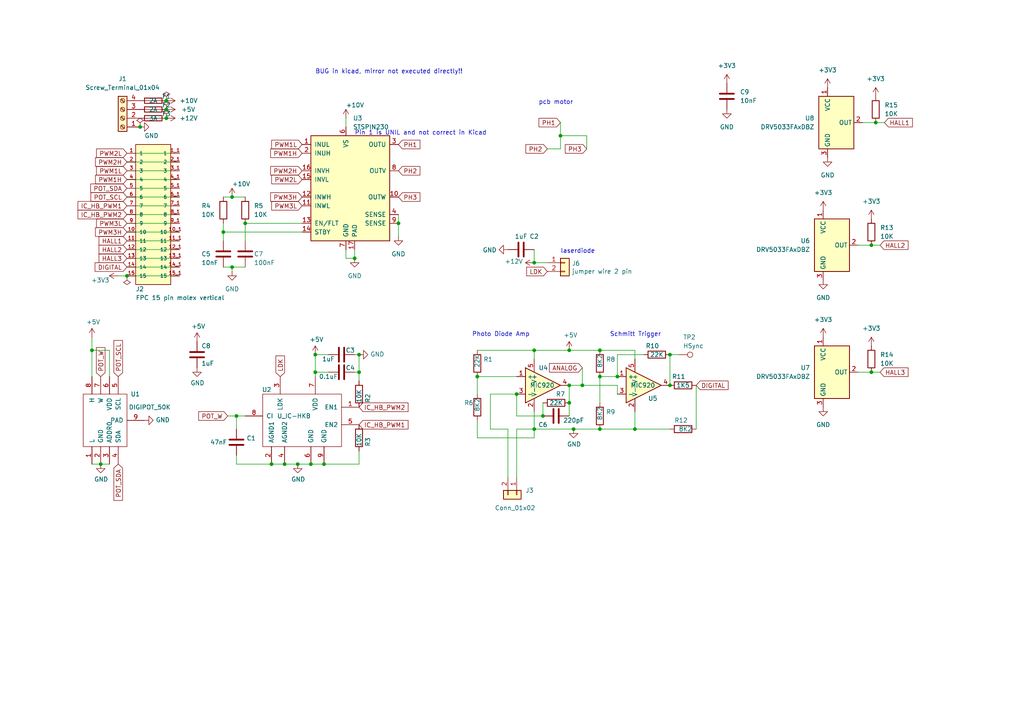
<source format=kicad_sch>
(kicad_sch (version 20211123) (generator eeschema)
  (paper "A4")
  (title_block (title "Scanhead PCB") (rev "0.1") (company "Hexastorm") (comment 1 "Author: Rik Starmans"))
  (lib_symbols
    (symbol "Connector:Screw_Terminal_01x04" (pin_names (offset 1.016) hide)
      (property "Reference" "J" (at 0 5.08 0))
      (property "Value" "Screw_Terminal_01x04" (at 0 -7.62 0))
      (symbol "Screw_Terminal_01x04_1_1"
        (rectangle (start -1.27 3.81) (end 1.27 -6.35) (stroke (width 0.254)) (fill (type background)))
        (circle (center 0 -5.08) (radius 0.635) (stroke (width 0.1524)))
        (circle (center 0 -2.54) (radius 0.635) (stroke (width 0.1524)))
        (polyline (pts (xy -0.5334 -4.7498) (xy 0.3302 -5.588)) (stroke (width 0.1524)))
        (polyline (pts (xy -0.5334 -2.2098) (xy 0.3302 -3.048)) (stroke (width 0.1524)))
        (polyline (pts (xy -0.5334 0.3302) (xy 0.3302 -0.508)) (stroke (width 0.1524)))
        (polyline (pts (xy -0.5334 2.8702) (xy 0.3302 2.032)) (stroke (width 0.1524)))
        (polyline (pts (xy -0.3556 -4.572) (xy 0.508 -5.4102)) (stroke (width 0.1524)))
        (polyline (pts (xy -0.3556 -2.032) (xy 0.508 -2.8702)) (stroke (width 0.1524)))
        (polyline (pts (xy -0.3556 0.508) (xy 0.508 -0.3302)) (stroke (width 0.1524)))
        (polyline (pts (xy -0.3556 3.048) (xy 0.508 2.2098)) (stroke (width 0.1524)))
        (circle (center 0 0) (radius 0.635) (stroke (width 0.1524)))
        (circle (center 0 2.54) (radius 0.635) (stroke (width 0.1524)))
        (pin passive line (at -5.08 2.54 0) (length 3.81) (name "Pin_1") (number "1"))
        (pin passive line (at -5.08 0 0) (length 3.81) (name "Pin_2") (number "2"))
        (pin passive line (at -5.08 -2.54 0) (length 3.81) (name "Pin_3") (number "3"))
        (pin passive line (at -5.08 -5.08 0) (length 3.81) (name "Pin_4") (number "4"))
      )
    )
    (symbol "Connector:TestPoint" (pin_numbers hide) (pin_names (offset 0.762) hide)
      (property "Reference" "TP" (at 0 6.858 0))
      (property "Value" "TestPoint" (at 0 5.08 0))
      (symbol "TestPoint_0_1"
        (circle (center 0 3.302) (radius 0.762))
      )
      (symbol "TestPoint_1_1"
        (pin passive line (at 0 0 90) (length 2.54) (name "1") (number "1"))
      )
    )
    (symbol "Connector_Generic:Conn_01x02" (pin_names (offset 1.016) hide)
      (property "Reference" "J" (at 0 2.54 0))
      (property "Value" "Conn_01x02" (at 0 -5.08 0))
      (symbol "Conn_01x02_1_1"
        (rectangle (start -1.27 -2.413) (end 0 -2.667) (stroke (width 0.1524)))
        (rectangle (start -1.27 0.127) (end 0 -0.127) (stroke (width 0.1524)))
        (rectangle (start -1.27 1.27) (end 1.27 -3.81) (stroke (width 0.254)) (fill (type background)))
        (pin passive line (at -5.08 0 0) (length 3.81) (name "Pin_1") (number "1"))
        (pin passive line (at -5.08 -2.54 0) (length 3.81) (name "Pin_2") (number "2"))
      )
    )
    (symbol "Device:C" (pin_numbers hide) (pin_names (offset 0.254))
      (property "Reference" "C" (at 0.635 2.54 0))
      (property "Value" "C" (at 0.635 -2.54 0))
      (symbol "C_0_1"
        (polyline (pts (xy -2.032 -0.762) (xy 2.032 -0.762)) (stroke (width 0.508)))
        (polyline (pts (xy -2.032 0.762) (xy 2.032 0.762)) (stroke (width 0.508)))
      )
      (symbol "C_1_1"
        (pin passive line (at 0 3.81 270) (length 2.794) (name "~") (number "1"))
        (pin passive line (at 0 -3.81 90) (length 2.794) (name "~") (number "2"))
      )
    )
    (symbol "Device:Fuse" (pin_numbers hide) (pin_names (offset 0))
      (property "Reference" "F" (at 2.032 0 90))
      (property "Value" "Fuse" (at -1.905 0 90))
      (symbol "Fuse_0_1"
        (rectangle (start -0.762 -2.54) (end 0.762 2.54) (stroke (width 0.254)))
        (polyline (pts (xy 0 2.54) (xy 0 -2.54)))
      )
      (symbol "Fuse_1_1"
        (pin passive line (at 0 3.81 270) (length 1.27) (name "~") (number "1"))
        (pin passive line (at 0 -3.81 90) (length 1.27) (name "~") (number "2"))
      )
    )
    (symbol "Device:R" (pin_numbers hide) (pin_names (offset 0))
      (property "Reference" "R" (at 2.032 0 90))
      (property "Value" "R" (at 0 0 90))
      (symbol "R_0_1"
        (rectangle (start -1.016 -2.54) (end 1.016 2.54) (stroke (width 0.254)))
      )
      (symbol "R_1_1"
        (pin passive line (at 0 3.81 270) (length 1.27) (name "~") (number "1"))
        (pin passive line (at 0 -3.81 90) (length 1.27) (name "~") (number "2"))
      )
    )
    (symbol "Driver_Motor:STSPIN230" (pin_names (offset 1.016))
      (property "Reference" "U3" (at 2.0194 20.32 0))
      (property "Value" "STSPIN230" (at 2.0194 17.78 0))
      (symbol "STSPIN230_0_1"
        (rectangle (start -10.16 15.24) (end 12.7 -15.24) (stroke (width 0.254)) (fill (type background)))
      )
      (symbol "STSPIN230_1_1"
        (pin input line (at -12.7 12.7 0) (length 2.54) (name "INUL") (number "1"))
        (pin bidirectional line (at 15.24 -2.54 180) (length 2.54) (name "OUTW") (number "10"))
        (pin input line (at -12.7 -5.08 0) (length 2.54) (name "INWL") (number "11"))
        (pin input line (at -12.7 -2.54 0) (length 2.54) (name "INWH") (number "12"))
        (pin bidirectional line (at -12.7 -10.16 0) (length 2.54) (name "EN/FLT") (number "13"))
        (pin input line (at -12.7 -12.7 0) (length 2.54) (name "STBY") (number "14"))
        (pin input line (at -12.7 2.54 0) (length 2.54) (name "INVL") (number "15"))
        (pin input line (at -12.7 5.08 0) (length 2.54) (name "INVH") (number "16"))
        (pin power_in line (at 2.54 -17.78 90) (length 2.54) (name "PAD") (number "17"))
        (pin input line (at -12.7 10.16 0) (length 2.54) (name "INUH") (number "2"))
        (pin bidirectional line (at 15.24 12.7 180) (length 2.54) (name "OUTU") (number "3"))
        (pin input line (at 15.24 -7.62 180) (length 2.54) (name "SENSE") (number "4"))
        (pin no_connect line (at 5.08 -17.78 90) (length 2.54) hide (name "NC") (number "5"))
        (pin power_in line (at 0 17.78 270) (length 2.54) (name "VS") (number "6"))
        (pin power_in line (at 0 -17.78 90) (length 2.54) (name "GND") (number "7"))
        (pin bidirectional line (at 15.24 5.08 180) (length 2.54) (name "OUTV") (number "8"))
        (pin input line (at 15.24 -10.16 180) (length 2.54) (name "SENSE") (number "9"))
      )
    )
    (symbol "Sensor_Magnetic:DRV5033FAxDBZ"
      (property "Reference" "U" (at 2.54 12.7 0))
      (property "Value" "DRV5033FAxDBZ" (at 2.54 10.16 0))
      (symbol "DRV5033FAxDBZ_1_1"
        (rectangle (start -5.08 7.62) (end 5.08 -7.62) (stroke (width 0.254)) (fill (type background)))
        (pin power_in line (at -2.54 10.16 270) (length 2.54) (name "VCC") (number "1"))
        (pin output line (at 7.62 0 180) (length 2.54) (name "OUT") (number "2"))
        (pin power_in line (at -2.54 -10.16 90) (length 2.54) (name "GND") (number "3"))
      )
    )
    (symbol "photodiode-cape:MIC920"
      (property "Reference" "U" (at 1.27 5.08 0))
      (property "Value" "MIC920" (at 0 0 0))
      (symbol "MIC920_0_1"
        (polyline (pts (xy -5.08 5.08) (xy 5.08 0) (xy -5.08 -5.08) (xy -5.08 5.08)) (stroke (width 0.254)) (fill (type background)))
      )
      (symbol "MIC920_1_1"
        (pin input line (at -7.62 2.54 0) (length 2.54) (name "+") (number "1"))
        (pin input line (at -2.54 -7.62 90) (length 3.81) (name "V-") (number "2"))
        (pin input line (at -7.62 -2.54 0) (length 2.54) (name "-") (number "3"))
        (pin output line (at 7.62 0 180) (length 2.54) (name "~") (number "4"))
        (pin input line (at -2.54 7.62 270) (length 3.81) (name "V+") (number "5"))
      )
    )
    (symbol "power:+10V" (power) (pin_names (offset 0))
      (property "Value" "+10V" (at 0 3.556 0))
      (symbol "+10V_0_1"
        (polyline (pts (xy -0.762 1.27) (xy 0 2.54)))
        (polyline (pts (xy 0 0) (xy 0 2.54)))
        (polyline (pts (xy 0 2.54) (xy 0.762 1.27)))
      )
      (symbol "+10V_1_1"
        (pin power_in line (at 0 0 90) (length 0) hide (name "+10V") (number "1"))
      )
    )
    (symbol "power:+12V" (power) (pin_names (offset 0))
      (property "Value" "+12V" (at 0 3.556 0))
      (symbol "+12V_0_1"
        (polyline (pts (xy -0.762 1.27) (xy 0 2.54)))
        (polyline (pts (xy 0 0) (xy 0 2.54)))
        (polyline (pts (xy 0 2.54) (xy 0.762 1.27)))
      )
      (symbol "+12V_1_1"
        (pin power_in line (at 0 0 90) (length 0) hide (name "+12V") (number "1"))
      )
    )
    (symbol "power:+3.3V" (power) (pin_names (offset 0))
      (property "Value" "+3.3V" (at 0 3.556 0))
      (symbol "+3.3V_0_1"
        (polyline (pts (xy -0.762 1.27) (xy 0 2.54)))
        (polyline (pts (xy 0 0) (xy 0 2.54)))
        (polyline (pts (xy 0 2.54) (xy 0.762 1.27)))
      )
      (symbol "+3.3V_1_1"
        (pin power_in line (at 0 0 90) (length 0) hide (name "+3V3") (number "1"))
      )
    )
    (symbol "power:+3V3" (power) (pin_names (offset 0))
      (property "Value" "+3V3" (at 0 3.556 0))
      (symbol "+3V3_0_1"
        (polyline (pts (xy -0.762 1.27) (xy 0 2.54)))
        (polyline (pts (xy 0 0) (xy 0 2.54)))
        (polyline (pts (xy 0 2.54) (xy 0.762 1.27)))
      )
      (symbol "+3V3_1_1"
        (pin power_in line (at 0 0 90) (length 0) hide (name "+3V3") (number "1"))
      )
    )
    (symbol "power:+5V" (power) (pin_names (offset 0))
      (property "Value" "+5V" (at 0 3.556 0))
      (symbol "+5V_0_1"
        (polyline (pts (xy -0.762 1.27) (xy 0 2.54)))
        (polyline (pts (xy 0 0) (xy 0 2.54)))
        (polyline (pts (xy 0 2.54) (xy 0.762 1.27)))
      )
      (symbol "+5V_1_1"
        (pin power_in line (at 0 0 90) (length 0) hide (name "+5V") (number "1"))
      )
    )
    (symbol "power:GND" (power) (pin_names (offset 0))
      (property "Value" "GND" (at 0 -3.81 0))
      (symbol "GND_0_1"
        (polyline (pts (xy 0 0) (xy 0 -1.27) (xy 1.27 -1.27) (xy 0 -2.54) (xy -1.27 -1.27) (xy 0 -1.27)))
      )
      (symbol "GND_1_1"
        (pin power_in line (at 0 0 270) (length 0) hide (name "GND") (number "1"))
      )
    )
    (symbol "power:PWR_FLAG" (power) (pin_numbers hide) (pin_names (offset 0) hide)
      (property "Value" "PWR_FLAG" (at 0 3.81 0))
      (symbol "PWR_FLAG_0_0"
        (pin power_out line (at 0 0 90) (length 0) (name "pwr") (number "1"))
      )
      (symbol "PWR_FLAG_0_1"
        (polyline (pts (xy 0 0) (xy 0 1.27) (xy -1.016 1.905) (xy 0 2.54) (xy 1.016 1.905) (xy 0 1.27)))
      )
    )
    (symbol "scanhead_library:1-1734248-5" (pin_names (offset 1.016))
      (property "Reference" "J" (at -5.08 20.955 0))
      (property "Value" "1-1734248-5" (at -5.08 -22.86 0))
      (symbol "1-1734248-5_0_0"
        (rectangle (start -5.08 -20.32) (end 5.08 20.32) (stroke (width 0.2032)) (fill (type background)))
        (pin passive line (at -7.62 17.78 0) (length 2.54) (name "1") (number "1"))
        (pin passive line (at -7.62 -5.08 0) (length 2.54) (name "10") (number "10"))
        (pin passive line (at 7.62 -5.08 180) (length 2.54) (name "10") (number "10_1"))
        (pin passive line (at -7.62 -7.62 0) (length 2.54) (name "11") (number "11"))
        (pin passive line (at 7.62 -7.62 180) (length 2.54) (name "11") (number "11_1"))
        (pin passive line (at -7.62 -10.16 0) (length 2.54) (name "12") (number "12"))
        (pin passive line (at 7.62 -10.16 180) (length 2.54) (name "12") (number "12_1"))
        (pin passive line (at -7.62 -12.7 0) (length 2.54) (name "13") (number "13"))
        (pin passive line (at 7.62 -12.7 180) (length 2.54) (name "13") (number "13_1"))
        (pin passive line (at -7.62 -15.24 0) (length 2.54) (name "14") (number "14"))
        (pin passive line (at 7.62 -15.24 180) (length 2.54) (name "14") (number "14_1"))
        (pin passive line (at -7.62 -17.78 0) (length 2.54) (name "15") (number "15"))
        (pin passive line (at 7.62 -17.78 180) (length 2.54) (name "15") (number "15_1"))
        (pin passive line (at 7.62 17.78 180) (length 2.54) (name "1") (number "1_1"))
        (pin passive line (at -7.62 15.24 0) (length 2.54) (name "2") (number "2"))
        (pin passive line (at 7.62 15.24 180) (length 2.54) (name "2") (number "2_1"))
        (pin passive line (at -7.62 12.7 0) (length 2.54) (name "3") (number "3"))
        (pin passive line (at 7.62 12.7 180) (length 2.54) (name "3") (number "3_1"))
        (pin passive line (at -7.62 10.16 0) (length 2.54) (name "4") (number "4"))
        (pin passive line (at 7.62 10.16 180) (length 2.54) (name "4") (number "4_1"))
        (pin passive line (at -7.62 7.62 0) (length 2.54) (name "5") (number "5"))
        (pin passive line (at 7.62 7.62 180) (length 2.54) (name "5") (number "5_1"))
        (pin passive line (at -7.62 5.08 0) (length 2.54) (name "6") (number "6"))
        (pin passive line (at 7.62 5.08 180) (length 2.54) (name "6") (number "6_1"))
        (pin passive line (at -7.62 2.54 0) (length 2.54) (name "7") (number "7"))
        (pin passive line (at 7.62 2.54 180) (length 2.54) (name "7") (number "7_1"))
        (pin passive line (at -7.62 0 0) (length 2.54) (name "8") (number "8"))
        (pin passive line (at 7.62 0 180) (length 2.54) (name "8") (number "8_1"))
        (pin passive line (at -7.62 -2.54 0) (length 2.54) (name "9") (number "9"))
        (pin passive line (at 7.62 -2.54 180) (length 2.54) (name "9") (number "9_1"))
      )
    )
    (symbol "scanhead_library:DIGIPOT_50K" (pin_names (offset 1.016))
      (property "Reference" "U" (at 0 5.08 0))
      (property "Value" "DIGIPOT_50K" (at 0 1.27 0))
      (symbol "DIGIPOT_50K_0_1"
        (rectangle (start -7.62 0) (end 7.62 -12.7))
      )
      (symbol "DIGIPOT_50K_1_1"
        (pin input line (at -12.7 -2.54 0) (length 5.08) (name "L") (number "1"))
        (pin input line (at -12.7 -5.08 0) (length 5.08) (name "GND") (number "2"))
        (pin input line (at -12.7 -7.62 0) (length 5.08) (name "ADDR0") (number "3"))
        (pin input line (at -12.7 -10.16 0) (length 5.08) (name "SDA") (number "4"))
        (pin input line (at 12.7 -10.16 180) (length 5.08) (name "SCL") (number "5"))
        (pin input line (at 12.7 -7.62 180) (length 5.08) (name "VDD") (number "6"))
        (pin input line (at 12.7 -5.08 180) (length 5.08) (name "W") (number "7"))
        (pin input line (at 12.7 -2.54 180) (length 5.08) (name "H") (number "8"))
        (pin input line (at 0 -17.78 90) (length 5.08) (name "PAD") (number "9"))
      )
    )
    (symbol "scanhead_library:U_IC-HKB" (pin_names (offset 1.016))
      (property "Reference" "U" (at -12.7 8.89 0))
      (property "Value" "U_IC-HKB" (at 0 0 0))
      (symbol "U_IC-HKB_0_1"
        (rectangle (start -11.43 6.35) (end 11.43 -8.89))
      )
      (symbol "U_IC-HKB_1_1"
        (pin input line (at 16.51 2.54 180) (length 5.08) (name "EN1") (number "1"))
        (pin input line (at -8.89 -13.97 90) (length 5.08) (name "AGND1") (number "2"))
        (pin input line (at -6.35 11.43 270) (length 5.08) (name "LDK") (number "3"))
        (pin input line (at -5.08 -13.97 90) (length 5.08) (name "AGND2") (number "4"))
        (pin input line (at 16.51 -2.54 180) (length 5.08) (name "EN2") (number "5"))
        (pin input line (at 2.54 -13.97 90) (length 5.08) (name "GND") (number "6"))
        (pin input line (at 3.81 11.43 270) (length 5.08) (name "VDD") (number "7"))
        (pin input line (at -16.51 0 0) (length 5.08) (name "CI") (number "8"))
        (pin input line (at 6.35 -13.97 90) (length 5.08) (name "GND") (number "9"))
      )
    )
  )
  (junction (at 194.31 102.87))
  (junction (at 157.48 120.65))
  (junction (at 48.26 29.21))
  (junction (at 104.14 102.87))
  (junction (at 40.64 36.83))
  (junction (at 154.94 76.2))
  (junction (at 68.58 120.65))
  (junction (at 91.44 102.87))
  (junction (at 48.26 31.75))
  (junction (at 165.1 116.84))
  (junction (at 93.98 134.62))
  (junction (at 165.1 111.76))
  (junction (at 82.55 134.62))
  (junction (at 162.56 39.37))
  (junction (at 252.73 107.95))
  (junction (at 48.26 34.29))
  (junction (at 252.73 71.12))
  (junction (at 91.44 107.95))
  (junction (at 78.74 134.62))
  (junction (at 36.83 80.01))
  (junction (at 64.77 67.31))
  (junction (at 115.57 64.77))
  (junction (at 173.99 109.22))
  (junction (at 90.17 134.62))
  (junction (at 154.94 101.6))
  (junction (at 29.21 134.62))
  (junction (at 67.31 57.15))
  (junction (at 104.14 107.95))
  (junction (at 184.15 124.46))
  (junction (at 165.1 101.6))
  (junction (at 194.31 111.76))
  (junction (at 86.36 134.62))
  (junction (at 173.99 124.46))
  (junction (at 179.07 109.22))
  (junction (at 168.91 111.76))
  (junction (at 26.67 101.6))
  (junction (at 67.31 77.47))
  (junction (at 173.99 101.6))
  (junction (at 254 35.56))
  (junction (at 166.37 124.46))
  (junction (at 102.87 74.93))
  (junction (at 154.94 124.46))
  (junction (at 149.86 114.3))
  (junction (at 71.12 64.77))
  (junction (at 138.43 109.22))
  (wire (pts (xy 91.44 107.95) (xy 91.44 102.87)))
  (wire (pts (xy 196.85 102.87) (xy 194.31 102.87)))
  (wire (pts (xy 31.75 101.6) (xy 31.75 109.22)))
  (wire (pts (xy 186.69 102.87) (xy 179.07 102.87)))
  (wire (pts (xy 67.31 57.15) (xy 71.12 57.15)))
  (wire (pts (xy 68.58 120.65) (xy 66.04 120.65)))
  (wire (pts (xy 154.94 104.14) (xy 154.94 101.6)))
  (wire (pts (xy 194.31 102.87) (xy 194.31 111.76)))
  (wire (pts (xy 64.77 67.31) (xy 64.77 64.77)))
  (wire (pts (xy 68.58 120.65) (xy 68.58 124.46)))
  (wire (pts (xy 168.91 106.68) (xy 168.91 111.76)))
  (wire (pts (xy 154.94 101.6) (xy 165.1 101.6)))
  (wire (pts (xy 154.94 72.39) (xy 154.94 76.2)))
  (wire (pts (xy 67.31 77.47) (xy 71.12 77.47)))
  (wire (pts (xy 179.07 109.22) (xy 173.99 109.22)))
  (wire (pts (xy 157.48 120.65) (xy 149.86 120.65)))
  (wire (pts (xy 142.24 124.46) (xy 147.32 124.46)))
  (wire (pts (xy 36.83 69.85) (xy 52.07 69.85)))
  (wire (pts (xy 93.98 134.62) (xy 104.14 134.62)))
  (wire (pts (xy 64.77 67.31) (xy 64.77 69.85)))
  (wire (pts (xy 184.15 124.46) (xy 173.99 124.46)))
  (wire (pts (xy 68.58 134.62) (xy 78.74 134.62)))
  (wire (pts (xy 138.43 109.22) (xy 149.86 109.22)))
  (wire (pts (xy 138.43 127) (xy 154.94 127)))
  (wire (pts (xy 102.87 72.39) (xy 102.87 74.93)))
  (wire (pts (xy 248.92 107.95) (xy 252.73 107.95)))
  (wire (pts (xy 201.93 124.46) (xy 201.93 111.76)))
  (wire (pts (xy 104.14 134.62) (xy 104.14 130.81)))
  (wire (pts (xy 147.32 124.46) (xy 147.32 138.43)))
  (wire (pts (xy 36.83 59.69) (xy 52.07 59.69)))
  (wire (pts (xy 36.83 77.47) (xy 52.07 77.47)))
  (wire (pts (xy 104.14 110.49) (xy 104.14 107.95)))
  (wire (pts (xy 149.86 120.65) (xy 149.86 114.3)))
  (wire (pts (xy 138.43 121.92) (xy 138.43 127)))
  (wire (pts (xy 158.75 43.18) (xy 162.56 43.18)))
  (wire (pts (xy 36.83 80.01) (xy 52.07 80.01)))
  (wire (pts (xy 91.44 109.22) (xy 91.44 107.95)))
  (wire (pts (xy 165.1 101.6) (xy 173.99 101.6)))
  (wire (pts (xy 165.1 116.84) (xy 165.1 111.76)))
  (wire (pts (xy 162.56 39.37) (xy 162.56 43.18)))
  (wire (pts (xy 36.83 46.99) (xy 52.07 46.99)))
  (wire (pts (xy 78.74 134.62) (xy 82.55 134.62)))
  (wire (pts (xy 250.19 35.56) (xy 254 35.56)))
  (wire (pts (xy 68.58 132.08) (xy 68.58 134.62)))
  (wire (pts (xy 36.83 52.07) (xy 52.07 52.07)))
  (wire (pts (xy 166.37 124.46) (xy 173.99 124.46)))
  (wire (pts (xy 91.44 102.87) (xy 95.25 102.87)))
  (wire (pts (xy 104.14 107.95) (xy 102.87 107.95)))
  (wire (pts (xy 179.07 111.76) (xy 179.07 114.3)))
  (wire (pts (xy 154.94 124.46) (xy 154.94 119.38)))
  (wire (pts (xy 154.94 101.6) (xy 138.43 101.6)))
  (wire (pts (xy 248.92 71.12) (xy 252.73 71.12)))
  (wire (pts (xy 71.12 64.77) (xy 71.12 69.85)))
  (wire (pts (xy 52.07 74.93) (xy 36.83 74.93)))
  (wire (pts (xy 115.57 64.77) (xy 115.57 68.58)))
  (wire (pts (xy 82.55 134.62) (xy 86.36 134.62)))
  (wire (pts (xy 149.86 138.43) (xy 149.86 124.46)))
  (wire (pts (xy 162.56 35.56) (xy 162.56 39.37)))
  (wire (pts (xy 34.29 80.01) (xy 36.83 80.01)))
  (wire (pts (xy 165.1 120.65) (xy 165.1 116.84)))
  (wire (pts (xy 67.31 77.47) (xy 67.31 78.74)))
  (wire (pts (xy 184.15 104.14) (xy 184.15 101.6)))
  (wire (pts (xy 115.57 62.23) (xy 115.57 64.77)))
  (wire (pts (xy 36.83 64.77) (xy 52.07 64.77)))
  (wire (pts (xy 138.43 114.3) (xy 138.43 109.22)))
  (wire (pts (xy 90.17 134.62) (xy 93.98 134.62)))
  (wire (pts (xy 31.75 134.62) (xy 29.21 134.62)))
  (wire (pts (xy 254 35.56) (xy 256.54 35.56)))
  (wire (pts (xy 71.12 64.77) (xy 87.63 64.77)))
  (wire (pts (xy 26.67 97.79) (xy 26.67 101.6)))
  (wire (pts (xy 100.33 72.39) (xy 100.33 74.93)))
  (wire (pts (xy 31.75 101.6) (xy 26.67 101.6)))
  (wire (pts (xy 158.75 76.2) (xy 154.94 76.2)))
  (wire (pts (xy 165.1 111.76) (xy 168.91 111.76)))
  (wire (pts (xy 142.24 124.46) (xy 142.24 114.3)))
  (wire (pts (xy 68.58 120.65) (xy 71.12 120.65)))
  (wire (pts (xy 252.73 107.95) (xy 255.27 107.95)))
  (wire (pts (xy 64.77 77.47) (xy 67.31 77.47)))
  (wire (pts (xy 36.83 44.45) (xy 52.07 44.45)))
  (wire (pts (xy 252.73 71.12) (xy 255.27 71.12)))
  (wire (pts (xy 100.33 74.93) (xy 102.87 74.93)))
  (wire (pts (xy 36.83 62.23) (xy 52.07 62.23)))
  (wire (pts (xy 100.33 34.29) (xy 100.33 36.83)))
  (wire (pts (xy 91.44 107.95) (xy 95.25 107.95)))
  (wire (pts (xy 194.31 124.46) (xy 184.15 124.46)))
  (wire (pts (xy 36.83 54.61) (xy 52.07 54.61)))
  (wire (pts (xy 184.15 119.38) (xy 184.15 124.46)))
  (wire (pts (xy 86.36 134.62) (xy 90.17 134.62)))
  (wire (pts (xy 36.83 49.53) (xy 52.07 49.53)))
  (wire (pts (xy 154.94 127) (xy 154.94 124.46)))
  (wire (pts (xy 36.83 57.15) (xy 52.07 57.15)))
  (wire (pts (xy 26.67 134.62) (xy 29.21 134.62)))
  (wire (pts (xy 170.18 39.37) (xy 170.18 43.18)))
  (wire (pts (xy 64.77 57.15) (xy 67.31 57.15)))
  (wire (pts (xy 179.07 102.87) (xy 179.07 109.22)))
  (wire (pts (xy 104.14 107.95) (xy 104.14 102.87)))
  (wire (pts (xy 162.56 39.37) (xy 170.18 39.37)))
  (wire (pts (xy 104.14 102.87) (xy 102.87 102.87)))
  (wire (pts (xy 36.83 67.31) (xy 52.07 67.31)))
  (wire (pts (xy 154.94 124.46) (xy 166.37 124.46)))
  (wire (pts (xy 52.07 72.39) (xy 36.83 72.39)))
  (wire (pts (xy 142.24 114.3) (xy 149.86 114.3)))
  (wire (pts (xy 87.63 67.31) (xy 64.77 67.31)))
  (wire (pts (xy 168.91 111.76) (xy 179.07 111.76)))
  (wire (pts (xy 26.67 101.6) (xy 26.67 109.22)))
  (wire (pts (xy 149.86 124.46) (xy 154.94 124.46)))
  (wire (pts (xy 173.99 101.6) (xy 184.15 101.6)))
  (wire (pts (xy 173.99 116.84) (xy 173.99 109.22)))
  (wire (pts (xy 157.48 116.84) (xy 157.48 120.65)))
  (text "pcb motor" (at 156.21 30.48 0) (effects (font (size 1.27 1.27)) (justify left bottom)))
  (text "Photo Diode Amp" (at 153.67 97.79 180) (effects (font (size 1.27 1.27)) (justify right bottom)))
  (text "BUG in kicad, mirror not executed directly!! " (at 91.44 21.59 0) (effects (font (size 1.27 1.27)) (justify left bottom)))
  (text "Schmitt Trigger" (at 191.77 97.79 180) (effects (font (size 1.27 1.27)) (justify right bottom)))
  (text "laserdiode" (at 162.56 73.66 0) (effects (font (size 1.27 1.27)) (justify left bottom)))
  (text "Pin 1 is UNIL and not correct in Kicad" (at 102.87 39.37 0) (effects (font (size 1.27 1.27)) (justify left bottom)))
  (global_label "IC_HB_PWM2" (shape input) (at 104.14 118.11 0) (property "Intersheet References" "${INTERSHEET_REFS}" (effects hide)))
  (global_label "POT_SDA" (shape input) (at 34.29 134.62 270) (property "Intersheet References" "${INTERSHEET_REFS}" (effects hide)))
  (global_label "PWM3H" (shape input) (at 36.83 67.31 180) (property "Intersheet References" "${INTERSHEET_REFS}" (effects hide)))
  (global_label "HALL2" (shape input) (at 36.83 72.39 180) (property "Intersheet References" "${INTERSHEET_REFS}" (effects hide)))
  (global_label "PWM2H" (shape input) (at 87.63 49.53 180) (property "Intersheet References" "${INTERSHEET_REFS}" (effects hide)))
  (global_label "HALL1" (shape input) (at 256.54 35.56 0) (property "Intersheet References" "${INTERSHEET_REFS}" (effects hide)))
  (global_label "PH1" (shape input) (at 162.56 35.56 180) (property "Intersheet References" "${INTERSHEET_REFS}" (effects hide)))
  (global_label "LDK" (shape input) (at 81.28 109.22 90) (property "Intersheet References" "${INTERSHEET_REFS}" (effects hide)))
  (global_label "PH2" (shape input) (at 115.57 49.53 0) (property "Intersheet References" "${INTERSHEET_REFS}" (effects hide)))
  (global_label "PWM2H" (shape input) (at 36.83 46.99 180) (property "Intersheet References" "${INTERSHEET_REFS}" (effects hide)))
  (global_label "PH2" (shape input) (at 158.75 43.18 180) (property "Intersheet References" "${INTERSHEET_REFS}" (effects hide)))
  (global_label "HALL3" (shape input) (at 255.27 107.95 0) (property "Intersheet References" "${INTERSHEET_REFS}" (effects hide)))
  (global_label "HALL3" (shape input) (at 36.83 74.93 180) (property "Intersheet References" "${INTERSHEET_REFS}" (effects hide)))
  (global_label "DIGITAL" (shape input) (at 36.83 77.47 180) (property "Intersheet References" "${INTERSHEET_REFS}" (effects hide)))
  (global_label "LDK" (shape input) (at 158.75 78.74 180) (property "Intersheet References" "${INTERSHEET_REFS}" (effects hide)))
  (global_label "ANALOG" (shape input) (at 168.91 106.68 180) (property "Intersheet References" "${INTERSHEET_REFS}" (effects hide)))
  (global_label "POT_W" (shape input) (at 66.04 120.65 180) (property "Intersheet References" "${INTERSHEET_REFS}" (effects hide)))
  (global_label "PH3" (shape input) (at 115.57 57.15 0) (property "Intersheet References" "${INTERSHEET_REFS}" (effects hide)))
  (global_label "PWM1L" (shape input) (at 36.83 49.53 180) (property "Intersheet References" "${INTERSHEET_REFS}" (effects hide)))
  (global_label "IC_HB_PWM1" (shape input) (at 36.83 59.69 180) (property "Intersheet References" "${INTERSHEET_REFS}" (effects hide)))
  (global_label "PH1" (shape input) (at 115.57 41.91 0) (property "Intersheet References" "${INTERSHEET_REFS}" (effects hide)))
  (global_label "PWM2L" (shape input) (at 87.63 52.07 180) (property "Intersheet References" "${INTERSHEET_REFS}" (effects hide)))
  (global_label "DIGITAL" (shape input) (at 201.93 111.76 0) (property "Intersheet References" "${INTERSHEET_REFS}" (effects hide)))
  (global_label "POT_SDA" (shape input) (at 36.83 54.61 180) (property "Intersheet References" "${INTERSHEET_REFS}" (effects hide)))
  (global_label "HALL2" (shape input) (at 255.27 71.12 0) (property "Intersheet References" "${INTERSHEET_REFS}" (effects hide)))
  (global_label "PWM2L" (shape input) (at 36.83 44.45 180) (property "Intersheet References" "${INTERSHEET_REFS}" (effects hide)))
  (global_label "PWM3H" (shape input) (at 87.63 57.15 180) (property "Intersheet References" "${INTERSHEET_REFS}" (effects hide)))
  (global_label "PWM1L" (shape input) (at 87.63 41.91 180) (property "Intersheet References" "${INTERSHEET_REFS}" (effects hide)))
  (global_label "PWM1H" (shape input) (at 87.63 44.45 180) (property "Intersheet References" "${INTERSHEET_REFS}" (effects hide)))
  (global_label "POT_W" (shape input) (at 29.21 109.22 90) (property "Intersheet References" "${INTERSHEET_REFS}" (effects hide)))
  (global_label "PWM3L" (shape input) (at 36.83 64.77 180) (property "Intersheet References" "${INTERSHEET_REFS}" (effects hide)))
  (global_label "IC_HB_PWM1" (shape input) (at 104.14 123.19 0) (property "Intersheet References" "${INTERSHEET_REFS}" (effects hide)))
  (global_label "HALL1" (shape input) (at 36.83 69.85 180) (property "Intersheet References" "${INTERSHEET_REFS}" (effects hide)))
  (global_label "IC_HB_PWM2" (shape input) (at 36.83 62.23 180) (property "Intersheet References" "${INTERSHEET_REFS}" (effects hide)))
  (global_label "POT_SCL" (shape input) (at 36.83 57.15 180) (property "Intersheet References" "${INTERSHEET_REFS}" (effects hide)))
  (global_label "PWM1H" (shape input) (at 36.83 52.07 180) (property "Intersheet References" "${INTERSHEET_REFS}" (effects hide)))
  (global_label "PWM3L" (shape input) (at 87.63 59.69 180) (property "Intersheet References" "${INTERSHEET_REFS}" (effects hide)))
  (global_label "PH3" (shape input) (at 170.18 43.18 180) (property "Intersheet References" "${INTERSHEET_REFS}" (effects hide)))
  (global_label "POT_SCL" (shape input) (at 34.29 109.22 90) (property "Intersheet References" "${INTERSHEET_REFS}" (effects hide)))
  (symbol (lib_id "photodiode-cape:MIC920") (at 157.48 111.76 0) (unit 1)
    (property "Reference" "U4" (at 156.21 106.68 0) (effects (justify left)))
    (property "Value" "MIC920" (at 153.67 111.76 0) (effects (justify left)))
    (property "Footprint" "Package_TO_SOT_SMD:SOT-353_SC-70-5_Handsoldering" (effects hide))
    (property "Datasheet" "https://nl.farnell.com/microchip/mic920yc5-tr/opamp-80mhz-40-to-85deg-c/dp/2920854?st=MIC920YC5-TR" (effects hide))
  )
  (symbol (lib_id "photodiode-cape:MIC920") (at 186.69 111.76 0) (unit 1)
    (property "Reference" "U5" (at 187.96 115.57 0) (effects (justify left)))
    (property "Value" "MIC920" (at 182.88 111.76 0) (effects (justify left)))
    (property "Footprint" "Package_TO_SOT_SMD:SOT-353_SC-70-5_Handsoldering" (effects hide))
    (property "Datasheet" "https://nl.farnell.com/microchip/mic920yc5-tr/opamp-80mhz-40-to-85deg-c/dp/2920854?st=MIC920YC5-TR" (effects hide))
  )
  (symbol (lib_id "Device:R") (at 198.12 124.46 270) (unit 1)
    (property "Reference" "R12" (at 195.58 121.92 90) (effects (justify left)))
    (property "Value" "8K2" (at 196.85 124.46 90) (effects (justify left)))
    (property "Footprint" "Resistor_SMD:R_0805_2012Metric_Pad1.20x1.40mm_HandSolder" (effects hide))
    (property "Datasheet" "http://www.farnell.com/datasheets/2563624.pdf" (effects hide))
  )
  (symbol (lib_id "Device:R") (at 198.12 111.76 270) (unit 1)
    (property "Reference" "R11" (at 196.85 109.22 90))
    (property "Value" "1K5" (at 198.12 111.76 90))
    (property "Footprint" "Resistor_SMD:R_0805_2012Metric_Pad1.20x1.40mm_HandSolder" (effects hide))
    (property "Datasheet" "http://www.farnell.com/datasheets/2618455.pdf" (effects hide))
  )
  (symbol (lib_id "Device:R") (at 190.5 102.87 270) (unit 1)
    (property "Reference" "R10" (at 189.23 100.33 90))
    (property "Value" "22K" (at 190.5 102.87 90))
    (property "Footprint" "Resistor_SMD:R_0805_2012Metric_Pad1.20x1.40mm_HandSolder" (effects hide))
    (property "Datasheet" "http://www.farnell.com/datasheets/2310790.pdf" (effects hide))
  )
  (symbol (lib_id "Device:R") (at 173.99 105.41 180) (unit 1)
    (property "Reference" "R8" (at 175.768 104.2416 0) (effects (justify right)))
    (property "Value" "8K2" (at 173.99 106.68 90) (effects (justify right)))
    (property "Footprint" "Resistor_SMD:R_0805_2012Metric_Pad1.20x1.40mm_HandSolder" (effects hide))
    (property "Datasheet" "http://www.farnell.com/datasheets/2563624.pdf" (effects hide))
  )
  (symbol (lib_id "Device:R") (at 138.43 105.41 180) (unit 1)
    (property "Reference" "R1" (at 140.208 104.2416 0) (effects (justify right)))
    (property "Value" "22K" (at 138.43 106.68 90) (effects (justify right)))
    (property "Footprint" "Resistor_SMD:R_0805_2012Metric_Pad1.20x1.40mm_HandSolder" (effects hide))
    (property "Datasheet" "http://www.farnell.com/datasheets/2310790.pdf" (effects hide))
  )
  (symbol (lib_id "Device:R") (at 138.43 118.11 180) (unit 1)
    (property "Reference" "R6" (at 134.62 116.84 0) (effects (justify right)))
    (property "Value" "8K2" (at 138.43 119.38 90) (effects (justify right)))
    (property "Footprint" "Resistor_SMD:R_0805_2012Metric_Pad1.20x1.40mm_HandSolder" (effects hide))
    (property "Datasheet" "http://www.farnell.com/datasheets/2563624.pdf" (effects hide))
  )
  (symbol (lib_id "Device:R") (at 173.99 120.65 180) (unit 1)
    (property "Reference" "R9" (at 175.768 119.4816 0) (effects (justify right)))
    (property "Value" "8K2" (at 173.99 121.92 90) (effects (justify right)))
    (property "Footprint" "Resistor_SMD:R_0805_2012Metric_Pad1.20x1.40mm_HandSolder" (effects hide))
    (property "Datasheet" "http://www.farnell.com/datasheets/2563624.pdf" (effects hide))
  )
  (symbol (lib_id "Device:R") (at 161.29 116.84 90) (unit 1)
    (property "Reference" "R7" (at 162.56 114.3 90))
    (property "Value" "22K" (at 161.29 116.84 90))
    (property "Footprint" "Resistor_SMD:R_0805_2012Metric_Pad1.20x1.40mm_HandSolder" (effects hide))
    (property "Datasheet" "http://www.farnell.com/datasheets/2310790.pdf" (effects hide))
  )
  (symbol (lib_id "Device:C") (at 161.29 120.65 270) (unit 1)
    (property "Reference" "C6" (at 157.48 123.19 90))
    (property "Value" "220pF" (at 166.37 121.92 90))
    (property "Footprint" "Capacitor_SMD:C_0805_2012Metric_Pad1.18x1.45mm_HandSolder" (effects hide))
    (property "Datasheet" "https://nl.farnell.com/multicomp/mc0805b221k500ct/cap-220pf-50v-10-x7r-0805/dp/1759208" (effects hide))
  )
  (symbol (lib_id "power:GND") (at 166.37 124.46 0) (unit 1)
    (property "Reference" "#PWR0101" (effects hide))
    (property "Value" "GND" (at 166.497 128.8542 0))
  )
  (symbol (lib_id "Connector:TestPoint") (at 196.85 102.87 270) (unit 1)
    (property "Reference" "TP2" (at 198.12 97.79 90) (effects (justify left)))
    (property "Value" "HSync" (at 198.12 100.33 90) (effects (justify left)))
    (property "Footprint" "TestPoint:TestPoint_Pad_D1.0mm" (effects hide))
  )
  (symbol (lib_id "Device:C") (at 57.15 102.87 0) (unit 1)
    (property "Reference" "C8" (at 58.42 100.33 0) (effects (justify left)))
    (property "Value" "1uF" (at 58.42 105.41 0) (effects (justify left)))
    (property "Footprint" "Capacitor_SMD:C_0805_2012Metric_Pad1.18x1.45mm_HandSolder" (effects hide))
    (property "Datasheet" "http://www.farnell.com/datasheets/2237835.pdf" (effects hide))
  )
  (symbol (lib_id "power:+5V") (at 165.1 101.6 0) (unit 1)
    (property "Reference" "#PWR0102" (effects hide))
    (property "Value" "+5V" (at 165.481 97.2058 0))
  )
  (symbol (lib_id "power:+5V") (at 57.15 99.06 0) (unit 1)
    (property "Reference" "#PWR0103" (effects hide))
    (property "Value" "+5V" (at 57.531 94.6658 0))
  )
  (symbol (lib_id "power:GND") (at 57.15 106.68 0) (unit 1)
    (property "Reference" "#PWR0104" (effects hide))
    (property "Value" "GND" (at 57.277 111.0742 0))
  )
  (symbol (lib_id "scanhead_library:DIGIPOT_50K") (at 24.13 121.92 90) (unit 1)
    (property "Reference" "U1" (at 40.64 114.3 90) (effects (justify left)))
    (property "Value" "DIGIPOT_50K" (at 49.53 118.11 90) (effects (justify left)))
    (property "Footprint" "sockets_scanhead:TDFN-8-1EP" (effects hide))
    (property "Datasheet" "http://www.farnell.com/datasheets/2297485.pdf" (effects hide))
  )
  (symbol (lib_id "scanhead_library:U_IC-HKB") (at 87.63 120.65 0) (unit 1)
    (property "Reference" "U2" (at 78.74 113.03 0) (effects (justify right)))
    (property "Value" "U_IC-HKB" (at 90.17 120.65 0) (effects (justify right)))
    (property "Footprint" "sockets_scanhead:ICHKB" (effects hide))
    (property "Datasheet" "https://www.ichaus.de/upload/pdf/HK_datasheet_F2en.pdf" (effects hide))
  )
  (symbol (lib_id "Connector_Generic:Conn_01x02") (at 163.83 76.2 0) (unit 1)
    (property "Reference" "J6" (at 165.862 76.4032 0) (effects (justify left)))
    (property "Value" "jumper wire 2 pin" (at 165.862 78.7146 0) (effects (justify left)))
    (property "Footprint" "Connector_Molex:Molex_KK-254_AE-6410-02A_1x02_P2.54mm_Vertical" (effects hide))
    (property "Datasheet" "http://www.farnell.com/datasheets/1860119.pdf" (effects hide))
  )
  (symbol (lib_id "power:GND") (at 40.64 36.83 90) (unit 1)
    (property "Reference" "#PWR05" (effects hide))
    (property "Value" "GND" (at 41.91 39.37 90) (effects (justify right)))
  )
  (symbol (lib_id "Device:C") (at 99.06 102.87 270) (unit 1)
    (property "Reference" "C3" (at 101.6 101.6 90))
    (property "Value" "1uF" (at 95.25 104.14 90))
    (property "Footprint" "Capacitor_SMD:C_0805_2012Metric_Pad1.18x1.45mm_HandSolder" (effects hide))
    (property "Datasheet" "http://www.farnell.com/datasheets/2237835.pdf" (effects hide))
  )
  (symbol (lib_id "Device:C") (at 99.06 107.95 270) (unit 1)
    (property "Reference" "C4" (at 101.6 106.68 90))
    (property "Value" "0.1uF" (at 95.25 109.22 90))
    (property "Footprint" "Capacitor_SMD:C_0805_2012Metric_Pad1.18x1.45mm_HandSolder" (effects hide))
    (property "Datasheet" "http://www.farnell.com/datasheets/1901289.pdf" (effects hide))
  )
  (symbol (lib_id "Device:R") (at 104.14 114.3 0) (unit 1)
    (property "Reference" "R2" (at 106.68 116.84 90) (effects (justify left)))
    (property "Value" "10K" (at 104.14 116.84 90) (effects (justify left)))
    (property "Footprint" "Resistor_SMD:R_0805_2012Metric_Pad1.20x1.40mm_HandSolder" (effects hide))
    (property "Datasheet" "http://www.farnell.com/datasheets/2310790.pdf" (effects hide))
  )
  (symbol (lib_id "Device:R") (at 104.14 127 0) (unit 1)
    (property "Reference" "R3" (at 106.68 129.54 90) (effects (justify left)))
    (property "Value" "10K" (at 104.14 129.54 90) (effects (justify left)))
    (property "Footprint" "Resistor_SMD:R_0805_2012Metric_Pad1.20x1.40mm_HandSolder" (effects hide))
    (property "Datasheet" "http://www.farnell.com/datasheets/2310790.pdf" (effects hide))
  )
  (symbol (lib_id "Device:C") (at 68.58 128.27 180) (unit 1)
    (property "Reference" "C1" (at 71.501 127.1016 0) (effects (justify right)))
    (property "Value" "47nF" (at 60.96 128.27 0) (effects (justify right)))
    (property "Footprint" "Capacitor_SMD:C_0805_2012Metric_Pad1.18x1.45mm_HandSolder" (effects hide))
    (property "Datasheet" "http://www.farnell.com/datasheets/2237835.pdf" (effects hide))
  )
  (symbol (lib_id "power:PWR_FLAG") (at 48.26 31.75 0) (unit 1)
    (property "Reference" "#FLG01" (effects hide))
    (property "Value" "PWR_FLAG" (effects hide))
  )
  (symbol (lib_id "power:PWR_FLAG") (at 40.64 36.83 0) (unit 1)
    (property "Reference" "#FLG03" (effects hide))
    (property "Value" "PWR_FLAG" (effects hide))
  )
  (symbol (lib_id "power:PWR_FLAG") (at 48.26 34.29 0) (unit 1)
    (property "Reference" "#FLG02" (effects hide))
    (property "Value" "PWR_FLAG" (effects hide))
  )
  (symbol (lib_id "power:GND") (at 86.36 134.62 0) (unit 1)
    (property "Reference" "#PWR09" (effects hide))
    (property "Value" "GND" (at 86.487 139.0142 0))
  )
  (symbol (lib_id "power:GND") (at 104.14 102.87 90) (unit 1)
    (property "Reference" "#PWR017" (effects hide))
    (property "Value" "GND" (at 107.3912 102.743 90) (effects (justify right)))
  )
  (symbol (lib_id "power:GND") (at 29.21 134.62 0) (unit 1)
    (property "Reference" "#PWR02" (effects hide))
    (property "Value" "GND" (at 29.337 139.0142 0))
  )
  (symbol (lib_id "power:GND") (at 41.91 121.92 90) (unit 1)
    (property "Reference" "#PWR07" (effects hide))
    (property "Value" "GND" (at 45.1612 121.793 90) (effects (justify right)))
  )
  (symbol (lib_id "power:GND") (at 147.32 72.39 270) (unit 1)
    (property "Reference" "#PWR010" (effects hide))
    (property "Value" "GND" (at 144.0688 72.517 90) (effects (justify right)))
  )
  (symbol (lib_id "Device:C") (at 151.13 72.39 90) (unit 1)
    (property "Reference" "C2" (at 154.94 68.58 90))
    (property "Value" "1uF" (at 151.13 68.58 90))
    (property "Footprint" "Capacitor_SMD:C_0805_2012Metric_Pad1.18x1.45mm_HandSolder" (effects hide))
    (property "Datasheet" "http://www.farnell.com/datasheets/2237835.pdf" (effects hide))
  )
  (symbol (lib_id "power:+5V") (at 48.26 31.75 270) (unit 1)
    (property "Reference" "#PWR04" (effects hide))
    (property "Value" "+5V" (at 54.61 31.75 90))
  )
  (symbol (lib_id "power:+12V") (at 154.94 76.2 90) (unit 1)
    (property "Reference" "#PWR014" (effects hide))
    (property "Value" "+12V" (at 151.6888 75.819 90) (effects (justify left)))
  )
  (symbol (lib_id "power:+12V") (at 48.26 34.29 270) (unit 1)
    (property "Reference" "#PWR03" (effects hide))
    (property "Value" "+12V" (at 52.07 34.29 90) (effects (justify left)))
  )
  (symbol (lib_id "power:+5V") (at 91.44 102.87 0) (unit 1)
    (property "Reference" "#PWR012" (effects hide))
    (property "Value" "+5V" (at 91.821 98.4758 0))
  )
  (symbol (lib_id "power:+5V") (at 26.67 97.79 0) (unit 1)
    (property "Reference" "#PWR01" (effects hide))
    (property "Value" "+5V" (at 27.051 93.3958 0))
  )
  (symbol (lib_id "scanhead_library:1-1734248-5") (at 44.45 62.23 0) (unit 1)
    (property "Reference" "J2" (at 39.37 83.82 0) (effects (justify left)))
    (property "Value" "FPC 15 pin molex vertical" (at 39.37 86.36 0) (effects (justify left)))
    (property "Footprint" "sockets_scanhead:TE_1-1734248-5" (effects hide))
  )
  (symbol (lib_id "Device:Fuse") (at 44.45 31.75 90) (unit 1)
    (property "Reference" "F2" (at 48.26 30.48 90))
    (property "Value" "2A" (at 44.45 31.75 90))
    (property "Footprint" "Fuse:Fuse_1206_3216Metric" (effects hide))
  )
  (symbol (lib_id "Device:Fuse") (at 44.45 34.29 270) (unit 1)
    (property "Reference" "F3" (at 48.26 33.02 90))
    (property "Value" "3A" (at 44.45 34.29 90))
    (property "Footprint" "Fuse:Fuse_1206_3216Metric" (effects hide))
  )
  (symbol (lib_id "power:+3V3") (at 34.29 80.01 90) (unit 1)
    (property "Reference" "#PWR0109" (effects hide))
    (property "Value" "+3V3" (at 31.75 81.28 90) (effects (justify left)))
  )
  (symbol (lib_id "power:PWR_FLAG") (at 36.83 80.01 180) (unit 1)
    (property "Reference" "#FLG0101" (effects hide))
    (property "Value" "PWR_FLAG" (effects hide))
  )
  (symbol (lib_id "Device:R") (at 71.12 60.96 0) (unit 1)
    (property "Reference" "R5" (at 73.66 59.69 0) (effects (justify left)))
    (property "Value" "10K" (at 73.66 62.23 0) (effects (justify left)))
    (property "Footprint" "Resistor_SMD:R_0805_2012Metric_Pad1.20x1.40mm_HandSolder" (effects hide))
  )
  (symbol (lib_id "Connector_Generic:Conn_01x02") (at 149.86 143.51 270) (unit 1)
    (property "Reference" "J3" (at 152.4 142.2399 90) (effects (justify left)))
    (property "Value" "Conn_01x02" (at 143.51 147.32 90) (effects (justify left)))
    (property "Footprint" "Connector_PinHeader_2.54mm:PinHeader_1x02_P2.54mm_Vertical" (effects hide))
  )
  (symbol (lib_id "power:+10V") (at 100.33 34.29 0) (unit 1)
    (property "Reference" "#PWR019" (effects hide))
    (property "Value" "+10V" (at 100.33 30.48 0) (effects (justify left)))
  )
  (symbol (lib_id "power:+3.3V") (at 252.73 100.33 0) (unit 1)
    (property "Reference" "#PWR0113" (effects hide))
    (property "Value" "+3.3V" (at 252.73 95.25 0))
  )
  (symbol (lib_id "Sensor_Magnetic:DRV5033FAxDBZ") (at 241.3 71.12 0) (unit 1)
    (property "Reference" "U6" (at 234.95 69.8499 0) (effects (justify right)))
    (property "Value" "DRV5033FAxDBZ" (at 234.95 72.3899 0) (effects (justify right)))
    (property "Footprint" "Package_TO_SOT_SMD:SOT-23" (effects hide))
    (property "Datasheet" "https://www.ti.com/lit/ds/symlink/drv5033.pdf" (effects hide))
  )
  (symbol (lib_id "Connector:Screw_Terminal_01x04") (at 35.56 34.29 180) (unit 1)
    (property "Reference" "J1" (at 35.56 22.86 0))
    (property "Value" "Screw_Terminal_01x04" (at 35.56 25.4 0))
    (property "Footprint" "Connector_Molex:Molex_KK-254_AE-6410-04A_1x04_P2.54mm_Vertical" (effects hide))
  )
  (symbol (lib_id "power:GND") (at 238.76 81.28 0) (unit 1)
    (property "Reference" "#PWR0111" (effects hide))
    (property "Value" "GND" (at 238.76 86.36 0))
  )
  (symbol (lib_id "Device:R") (at 252.73 67.31 0) (unit 1)
    (property "Reference" "R13" (at 255.27 66.0399 0) (effects (justify left)))
    (property "Value" "10K" (at 255.27 68.5799 0) (effects (justify left)))
    (property "Footprint" "Resistor_SMD:R_0805_2012Metric_Pad1.20x1.40mm_HandSolder" (effects hide))
  )
  (symbol (lib_id "Device:R") (at 252.73 104.14 0) (unit 1)
    (property "Reference" "R14" (at 255.27 102.8699 0) (effects (justify left)))
    (property "Value" "10K" (at 255.27 105.4099 0) (effects (justify left)))
    (property "Footprint" "Resistor_SMD:R_0805_2012Metric_Pad1.20x1.40mm_HandSolder" (effects hide))
  )
  (symbol (lib_id "Device:R") (at 64.77 60.96 0) (unit 1)
    (property "Reference" "R4" (at 58.42 59.69 0) (effects (justify left)))
    (property "Value" "10K" (at 58.42 62.23 0) (effects (justify left)))
    (property "Footprint" "Resistor_SMD:R_0805_2012Metric_Pad1.20x1.40mm_HandSolder" (effects hide))
  )
  (symbol (lib_id "Device:C") (at 71.12 73.66 0) (unit 1)
    (property "Reference" "C7" (at 73.66 73.66 0) (effects (justify left)))
    (property "Value" "100nF" (at 73.66 76.2 0) (effects (justify left)))
    (property "Footprint" "Capacitor_SMD:C_0805_2012Metric_Pad1.18x1.45mm_HandSolder" (effects hide))
  )
  (symbol (lib_id "Sensor_Magnetic:DRV5033FAxDBZ") (at 241.3 107.95 0) (unit 1)
    (property "Reference" "U7" (at 234.95 106.6799 0) (effects (justify right)))
    (property "Value" "DRV5033FAxDBZ" (at 234.95 109.2199 0) (effects (justify right)))
    (property "Footprint" "Package_TO_SOT_SMD:SOT-23" (effects hide))
    (property "Datasheet" "https://www.ti.com/lit/ds/symlink/drv5033.pdf" (effects hide))
  )
  (symbol (lib_id "power:PWR_FLAG") (at 48.26 29.21 0) (unit 1)
    (property "Reference" "#FLG04" (effects hide))
    (property "Value" "PWR_FLAG" (effects hide))
  )
  (symbol (lib_id "power:+10V") (at 48.26 29.21 270) (unit 1)
    (property "Reference" "#PWR06" (effects hide))
    (property "Value" "+10V" (at 52.07 29.21 90) (effects (justify left)))
  )
  (symbol (lib_id "Device:C") (at 210.82 27.94 0) (unit 1)
    (property "Reference" "C9" (at 214.63 26.6699 0) (effects (justify left)))
    (property "Value" "10nF" (at 214.63 29.2099 0) (effects (justify left)))
    (property "Footprint" "Capacitor_SMD:C_0805_2012Metric_Pad1.18x1.45mm_HandSolder" (effects hide))
  )
  (symbol (lib_id "Driver_Motor:STSPIN230") (at 100.33 54.61 0) (unit 1)
    (property "Reference" "U3" (at 102.3494 34.29 0) (effects (justify left)))
    (property "Value" "STSPIN230" (at 102.3494 36.83 0) (effects (justify left)))
    (property "Footprint" "Package_DFN_QFN:VQFN-16-1EP_3x3mm_P0.5mm_EP1.8x1.8mm" (effects hide))
    (property "Datasheet" "www.st.com/resource/en/datasheet/stspin230.pdf" (effects hide))
  )
  (symbol (lib_id "power:GND") (at 67.31 78.74 0) (unit 1)
    (property "Reference" "#PWR011" (effects hide))
    (property "Value" "GND" (at 67.31 83.82 0))
  )
  (symbol (lib_id "Device:R") (at 254 31.75 0) (unit 1)
    (property "Reference" "R15" (at 256.54 30.4799 0) (effects (justify left)))
    (property "Value" "10K" (at 256.54 33.0199 0) (effects (justify left)))
    (property "Footprint" "Resistor_SMD:R_0805_2012Metric_Pad1.20x1.40mm_HandSolder" (effects hide))
  )
  (symbol (lib_id "power:+3.3V") (at 240.03 25.4 0) (unit 1)
    (property "Reference" "#PWR0114" (effects hide))
    (property "Value" "+3.3V" (at 240.03 20.32 0))
  )
  (symbol (lib_id "power:+3.3V") (at 210.82 24.13 0) (unit 1)
    (property "Reference" "#PWR0115" (effects hide))
    (property "Value" "+3.3V" (at 210.82 19.05 0))
  )
  (symbol (lib_id "power:+3.3V") (at 252.73 63.5 0) (unit 1)
    (property "Reference" "#PWR0110" (effects hide))
    (property "Value" "+3.3V" (at 252.73 58.42 0))
  )
  (symbol (lib_id "power:+3.3V") (at 238.76 60.96 0) (unit 1)
    (property "Reference" "#PWR0112" (effects hide))
    (property "Value" "+3.3V" (at 238.76 55.88 0))
  )
  (symbol (lib_id "Device:C") (at 64.77 73.66 0) (unit 1)
    (property "Reference" "C5" (at 58.42 73.66 0) (effects (justify left)))
    (property "Value" "10nF" (at 58.42 76.2 0) (effects (justify left)))
    (property "Footprint" "Capacitor_SMD:C_0805_2012Metric_Pad1.18x1.45mm_HandSolder" (effects hide))
  )
  (symbol (lib_id "power:+3.3V") (at 254 27.94 0) (unit 1)
    (property "Reference" "#PWR0105" (effects hide))
    (property "Value" "+3.3V" (at 254 22.86 0))
  )
  (symbol (lib_id "power:GND") (at 210.82 31.75 0) (unit 1)
    (property "Reference" "#PWR0116" (effects hide))
    (property "Value" "GND" (at 210.82 36.83 0))
  )
  (symbol (lib_id "Sensor_Magnetic:DRV5033FAxDBZ") (at 242.57 35.56 0) (unit 1)
    (property "Reference" "U8" (at 236.22 34.2899 0) (effects (justify right)))
    (property "Value" "DRV5033FAxDBZ" (at 236.22 36.8299 0) (effects (justify right)))
    (property "Footprint" "Package_TO_SOT_SMD:SOT-23" (effects hide))
    (property "Datasheet" "https://www.ti.com/lit/ds/symlink/drv5033.pdf" (effects hide))
  )
  (symbol (lib_id "power:GND") (at 115.57 68.58 0) (unit 1)
    (property "Reference" "#PWR021" (effects hide))
    (property "Value" "GND" (at 115.57 73.66 0))
  )
  (symbol (lib_id "power:GND") (at 240.03 45.72 0) (unit 1)
    (property "Reference" "#PWR0108" (effects hide))
    (property "Value" "GND" (at 240.03 50.8 0))
  )
  (symbol (lib_id "power:GND") (at 238.76 118.11 0) (unit 1)
    (property "Reference" "#PWR0106" (effects hide))
    (property "Value" "GND" (at 238.76 123.19 0))
  )
  (symbol (lib_id "Device:Fuse") (at 44.45 29.21 90) (unit 1)
    (property "Reference" "F1" (at 48.26 27.94 90))
    (property "Value" "2A" (at 44.45 29.21 90))
    (property "Footprint" "Fuse:Fuse_1206_3216Metric" (effects hide))
  )
  (symbol (lib_id "power:GND") (at 102.87 74.93 0) (unit 1)
    (property "Reference" "#PWR020" (effects hide))
    (property "Value" "GND" (at 102.87 80.01 0))
  )
  (symbol (lib_id "power:+10V") (at 67.31 57.15 0) (unit 1)
    (property "Reference" "#PWR08" (effects hide))
    (property "Value" "+10V" (at 67.31 53.34 0) (effects (justify left)))
  )
  (symbol (lib_id "power:+3.3V") (at 238.76 97.79 0) (unit 1)
    (property "Reference" "#PWR0107" (effects hide))
    (property "Value" "+3.3V" (at 238.76 92.71 0))
  )
)
</source>
